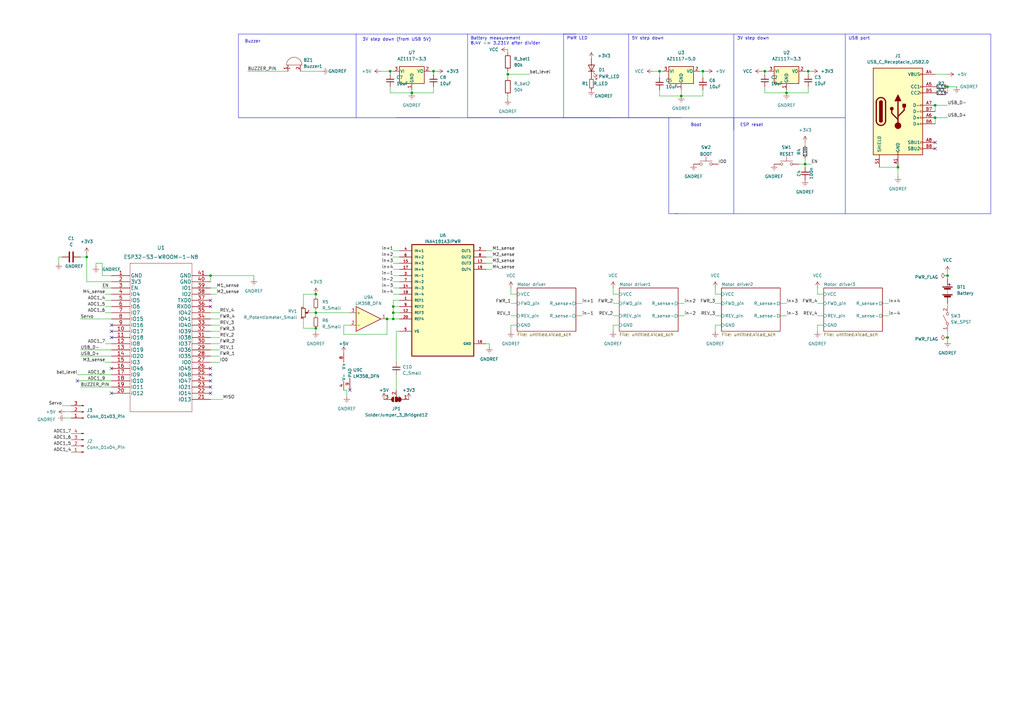
<source format=kicad_sch>
(kicad_sch (version 20230121) (generator eeschema)
  (paper "A3")
  (lib_symbols
    (symbol "+5V_1" (power) (pin_names (offset 0))
      (property "Value" "+5V_1" (at 0 3.556 0))
      (symbol "+5V_1_1_1"
        (pin power_in line (at 0 0 90) (length 0) hide (name "+5V") (number "1"))
      )
    )
    (symbol "Amplifier_Operational:LM358_DFN" (pin_names (offset 0.127))
      (property "Reference" "U" (at 0 5.08 0))
      (property "Value" "LM358_DFN" (at 0 -5.08 0))
      (symbol "LM358_DFN_1_1"
        (pin output line (at 7.62 0 180) (length 2.54) (name "~") (number "1"))
        (pin input line (at -7.62 -2.54 0) (length 2.54) (name "-") (number "2"))
        (pin input line (at -7.62 2.54 0) (length 2.54) (name "+") (number "3"))
      )
      (symbol "LM358_DFN_2_1"
        (pin input line (at -7.62 2.54 0) (length 2.54) (name "+") (number "5"))
        (pin input line (at -7.62 -2.54 0) (length 2.54) (name "-") (number "6"))
        (pin output line (at 7.62 0 180) (length 2.54) (name "~") (number "7"))
      )
      (symbol "LM358_DFN_3_1"
        (pin power_in line (at -2.54 -7.62 90) (length 3.81) (name "V-") (number "4"))
        (pin power_in line (at -2.54 7.62 270) (length 3.81) (name "V+") (number "8"))
        (pin power_in line (at 0 -7.62 90) (length 5.08) (name "PAD") (number "9"))
      )
    )
    (symbol "Connector:Conn_01x03_Pin" (pin_names (offset 1.016) hide)
      (property "Reference" "J" (at 0 5.08 0))
      (property "Value" "Conn_01x03_Pin" (at 0 -5.08 0))
      (symbol "Conn_01x03_Pin_1_1"
        (pin passive line (at 5.08 2.54 180) (length 3.81) (name "Pin_1") (number "1"))
        (pin passive line (at 5.08 0 180) (length 3.81) (name "Pin_2") (number "2"))
        (pin passive line (at 5.08 -2.54 180) (length 3.81) (name "Pin_3") (number "3"))
      )
    )
    (symbol "Connector:Conn_01x04_Pin" (pin_names (offset 1.016) hide)
      (property "Reference" "J" (at 0 5.08 0))
      (property "Value" "Conn_01x04_Pin" (at 0 -7.62 0))
      (symbol "Conn_01x04_Pin_1_1"
        (pin passive line (at 5.08 2.54 180) (length 3.81) (name "Pin_1") (number "1"))
        (pin passive line (at 5.08 0 180) (length 3.81) (name "Pin_2") (number "2"))
        (pin passive line (at 5.08 -2.54 180) (length 3.81) (name "Pin_3") (number "3"))
        (pin passive line (at 5.08 -5.08 180) (length 3.81) (name "Pin_4") (number "4"))
      )
    )
    (symbol "Connector:USB_C_Receptacle_USB2.0" (pin_names (offset 1.016))
      (property "Reference" "J" (at -10.16 19.05 0))
      (property "Value" "USB_C_Receptacle_USB2.0" (at 19.05 19.05 0))
      (symbol "USB_C_Receptacle_USB2.0_1_1"
        (pin passive line (at 0 -22.86 90) (length 5.08) (name "GND") (number "A1"))
        (pin passive line (at 0 -22.86 90) (length 5.08) hide (name "GND") (number "A12"))
        (pin passive line (at 15.24 15.24 180) (length 5.08) (name "VBUS") (number "A4"))
        (pin bidirectional line (at 15.24 10.16 180) (length 5.08) (name "CC1") (number "A5"))
        (pin bidirectional line (at 15.24 -2.54 180) (length 5.08) (name "D+") (number "A6"))
        (pin bidirectional line (at 15.24 2.54 180) (length 5.08) (name "D-") (number "A7"))
        (pin bidirectional line (at 15.24 -12.7 180) (length 5.08) (name "SBU1") (number "A8"))
        (pin passive line (at 15.24 15.24 180) (length 5.08) hide (name "VBUS") (number "A9"))
        (pin passive line (at 0 -22.86 90) (length 5.08) hide (name "GND") (number "B1"))
        (pin passive line (at 0 -22.86 90) (length 5.08) hide (name "GND") (number "B12"))
        (pin passive line (at 15.24 15.24 180) (length 5.08) hide (name "VBUS") (number "B4"))
        (pin bidirectional line (at 15.24 7.62 180) (length 5.08) (name "CC2") (number "B5"))
        (pin bidirectional line (at 15.24 -5.08 180) (length 5.08) (name "D+") (number "B6"))
        (pin bidirectional line (at 15.24 0 180) (length 5.08) (name "D-") (number "B7"))
        (pin bidirectional line (at 15.24 -15.24 180) (length 5.08) (name "SBU2") (number "B8"))
        (pin passive line (at 15.24 15.24 180) (length 5.08) hide (name "VBUS") (number "B9"))
        (pin passive line (at -7.62 -22.86 90) (length 5.08) (name "SHIELD") (number "S1"))
      )
    )
    (symbol "Device:Battery" (pin_numbers hide) (pin_names (offset 0) hide)
      (property "Reference" "BT" (at 2.54 2.54 0))
      (property "Value" "Battery" (at 2.54 0 0))
      (symbol "Battery_1_1"
        (pin passive line (at 0 5.08 270) (length 2.54) (name "+") (number "1"))
        (pin passive line (at 0 -5.08 90) (length 2.54) (name "-") (number "2"))
      )
    )
    (symbol "Device:Buzzer" (pin_names (offset 0.0254) hide)
      (property "Reference" "BZ" (at 3.81 1.27 0))
      (property "Value" "Buzzer" (at 3.81 -1.27 0))
      (symbol "Buzzer_1_1"
        (pin passive line (at -2.54 2.54 0) (length 2.54) (name "-") (number "1"))
        (pin passive line (at -2.54 -2.54 0) (length 2.54) (name "+") (number "2"))
      )
    )
    (symbol "Device:C" (pin_numbers hide) (pin_names (offset 0.254))
      (property "Reference" "C" (at 0.635 2.54 0))
      (property "Value" "C" (at 0.635 -2.54 0))
      (symbol "C_1_1"
        (pin passive line (at 0 3.81 270) (length 2.794) (name "~") (number "1"))
        (pin passive line (at 0 -3.81 90) (length 2.794) (name "~") (number "2"))
      )
    )
    (symbol "Device:C_Small" (pin_numbers hide) (pin_names (offset 0.254) hide)
      (property "Reference" "C" (at 0.254 1.778 0))
      (property "Value" "C_Small" (at 0.254 -2.032 0))
      (symbol "C_Small_1_1"
        (pin passive line (at 0 2.54 270) (length 2.032) (name "~") (number "1"))
        (pin passive line (at 0 -2.54 90) (length 2.032) (name "~") (number "2"))
      )
    )
    (symbol "Device:LED" (pin_numbers hide) (pin_names (offset 1.016) hide)
      (property "Reference" "D" (at 0 2.54 0))
      (property "Value" "LED" (at 0 -2.54 0))
      (symbol "LED_1_1"
        (pin passive line (at -3.81 0 0) (length 2.54) (name "K") (number "1"))
        (pin passive line (at 3.81 0 180) (length 2.54) (name "A") (number "2"))
      )
    )
    (symbol "Device:R" (pin_numbers hide) (pin_names (offset 0))
      (property "Reference" "R" (at 2.032 0 90))
      (property "Value" "R" (at 0 0 90))
      (symbol "R_1_1"
        (pin passive line (at 0 3.81 270) (length 1.27) (name "~") (number "1"))
        (pin passive line (at 0 -3.81 90) (length 1.27) (name "~") (number "2"))
      )
    )
    (symbol "Device:R_Potentiometer_Small" (pin_names (offset 1.016) hide)
      (property "Reference" "RV" (at -4.445 0 90))
      (property "Value" "R_Potentiometer_Small" (at -2.54 0 90))
      (symbol "R_Potentiometer_Small_1_1"
        (pin passive line (at 0 2.54 270) (length 0.635) (name "1") (number "1"))
        (pin passive line (at 2.54 0 180) (length 0.9906) (name "2") (number "2"))
        (pin passive line (at 0 -2.54 90) (length 0.635) (name "3") (number "3"))
      )
    )
    (symbol "Device:R_Small" (pin_numbers hide) (pin_names (offset 0.254) hide)
      (property "Reference" "R" (at 0.762 0.508 0))
      (property "Value" "R_Small" (at 0.762 -1.016 0))
      (symbol "R_Small_1_1"
        (pin passive line (at 0 2.54 270) (length 0.762) (name "~") (number "1"))
        (pin passive line (at 0 -2.54 90) (length 0.762) (name "~") (number "2"))
      )
    )
    (symbol "FC_library:ESP32-S3-WROOM-1-N8" (pin_names (offset 0.254))
      (property "Reference" "U" (at 20.32 10.16 0))
      (property "Value" "ESP32-S3-WROOM-1-N8" (at 20.32 7.62 0))
      (symbol "ESP32-S3-WROOM-1-N8_1_1"
        (pin power_in line (at 0 0 0) (length 7.62) (name "GND") (number "1"))
        (pin bidirectional line (at 0 -22.86 0) (length 7.62) (name "IO17") (number "10"))
        (pin bidirectional line (at 0 -25.4 0) (length 7.62) (name "IO18") (number "11"))
        (pin bidirectional line (at 0 -27.94 0) (length 7.62) (name "IO8") (number "12"))
        (pin bidirectional line (at 0 -30.48 0) (length 7.62) (name "IO19") (number "13"))
        (pin bidirectional line (at 0 -33.02 0) (length 7.62) (name "IO20") (number "14"))
        (pin bidirectional line (at 0 -35.56 0) (length 7.62) (name "IO3") (number "15"))
        (pin bidirectional line (at 0 -38.1 0) (length 7.62) (name "IO46") (number "16"))
        (pin bidirectional line (at 0 -40.64 0) (length 7.62) (name "IO9") (number "17"))
        (pin bidirectional line (at 0 -43.18 0) (length 7.62) (name "IO10") (number "18"))
        (pin bidirectional line (at 0 -45.72 0) (length 7.62) (name "IO11") (number "19"))
        (pin power_in line (at 0 -2.54 0) (length 7.62) (name "3V3") (number "2"))
        (pin bidirectional line (at 0 -48.26 0) (length 7.62) (name "IO12") (number "20"))
        (pin bidirectional line (at 40.64 -50.8 180) (length 7.62) (name "IO13") (number "21"))
        (pin bidirectional line (at 40.64 -48.26 180) (length 7.62) (name "IO14") (number "22"))
        (pin bidirectional line (at 40.64 -45.72 180) (length 7.62) (name "IO21") (number "23"))
        (pin bidirectional line (at 40.64 -43.18 180) (length 7.62) (name "IO47") (number "24"))
        (pin bidirectional line (at 40.64 -40.64 180) (length 7.62) (name "IO48") (number "25"))
        (pin bidirectional line (at 40.64 -38.1 180) (length 7.62) (name "IO45") (number "26"))
        (pin bidirectional line (at 40.64 -35.56 180) (length 7.62) (name "IO0") (number "27"))
        (pin bidirectional line (at 40.64 -33.02 180) (length 7.62) (name "IO35") (number "28"))
        (pin bidirectional line (at 40.64 -30.48 180) (length 7.62) (name "IO36") (number "29"))
        (pin input line (at 0 -5.08 0) (length 7.62) (name "EN") (number "3"))
        (pin bidirectional line (at 40.64 -27.94 180) (length 7.62) (name "IO37") (number "30"))
        (pin bidirectional line (at 40.64 -25.4 180) (length 7.62) (name "IO38") (number "31"))
        (pin bidirectional line (at 40.64 -22.86 180) (length 7.62) (name "IO39") (number "32"))
        (pin bidirectional line (at 40.64 -20.32 180) (length 7.62) (name "IO40") (number "33"))
        (pin bidirectional line (at 40.64 -17.78 180) (length 7.62) (name "IO41") (number "34"))
        (pin bidirectional line (at 40.64 -15.24 180) (length 7.62) (name "IO42") (number "35"))
        (pin bidirectional line (at 40.64 -12.7 180) (length 7.62) (name "RXD0") (number "36"))
        (pin bidirectional line (at 40.64 -10.16 180) (length 7.62) (name "TXD0") (number "37"))
        (pin bidirectional line (at 40.64 -7.62 180) (length 7.62) (name "IO2") (number "38"))
        (pin bidirectional line (at 40.64 -5.08 180) (length 7.62) (name "IO1") (number "39"))
        (pin bidirectional line (at 0 -7.62 0) (length 7.62) (name "IO4") (number "4"))
        (pin power_in line (at 40.64 -2.54 180) (length 7.62) (name "GND") (number "40"))
        (pin power_in line (at 40.64 0 180) (length 7.62) (name "GND") (number "41"))
        (pin bidirectional line (at 0 -10.16 0) (length 7.62) (name "IO5") (number "5"))
        (pin bidirectional line (at 0 -12.7 0) (length 7.62) (name "IO6") (number "6"))
        (pin bidirectional line (at 0 -15.24 0) (length 7.62) (name "IO7") (number "7"))
        (pin bidirectional line (at 0 -17.78 0) (length 7.62) (name "IO15") (number "8"))
        (pin bidirectional line (at 0 -20.32 0) (length 7.62) (name "IO16") (number "9"))
      )
    )
    (symbol "GNDREF_1" (power) (pin_names (offset 0))
      (property "Value" "GNDREF_1" (at 0 -3.81 0))
      (symbol "GNDREF_1_1_1"
        (pin power_in line (at 0 0 270) (length 0) hide (name "GNDREF") (number "1"))
      )
    )
    (symbol "INA4181A3IPWR:INA4181A3IPWR" (pin_names (offset 1.016))
      (property "Reference" "U" (at -12.7 23.86 0))
      (property "Value" "INA4181A3IPWR" (at -12.7 -26.86 0))
      (symbol "INA4181A3IPWR_0_0"
        (pin input line (at -17.78 0 0) (length 5.08) (name "REF1") (number "1"))
        (pin input line (at -17.78 -5.08 0) (length 5.08) (name "REF3") (number "12"))
        (pin output line (at 17.78 15.24 180) (length 5.08) (name "OUT3") (number "13"))
        (pin input line (at -17.78 5.08 0) (length 5.08) (name "IN-3") (number "14"))
        (pin input line (at -17.78 15.24 0) (length 5.08) (name "IN+3") (number "15"))
        (pin power_in line (at 17.78 -17.78 180) (length 5.08) (name "GND") (number "16"))
        (pin input line (at -17.78 12.7 0) (length 5.08) (name "IN+4") (number "17"))
        (pin input line (at -17.78 2.54 0) (length 5.08) (name "IN-4") (number "18"))
        (pin output line (at 17.78 12.7 180) (length 5.08) (name "OUT4") (number "19"))
        (pin output line (at 17.78 20.32 180) (length 5.08) (name "OUT1") (number "2"))
        (pin input line (at -17.78 -7.62 0) (length 5.08) (name "REF4") (number "20"))
        (pin input line (at -17.78 10.16 0) (length 5.08) (name "IN-1") (number "3"))
        (pin input line (at -17.78 20.32 0) (length 5.08) (name "IN+1") (number "4"))
        (pin bidirectional line (at -17.78 -12.7 0) (length 5.08) (name "VS") (number "5"))
        (pin input line (at -17.78 17.78 0) (length 5.08) (name "IN+2") (number "6"))
        (pin input line (at -17.78 7.62 0) (length 5.08) (name "IN-2") (number "7"))
        (pin output line (at 17.78 17.78 180) (length 5.08) (name "OUT2") (number "8"))
        (pin input line (at -17.78 -2.54 0) (length 5.08) (name "REF2") (number "9"))
      )
    )
    (symbol "Jumper:SolderJumper_3_Bridged12" (pin_names (offset 0) hide)
      (property "Reference" "JP" (at -2.54 -2.54 0))
      (property "Value" "SolderJumper_3_Bridged12" (at 0 2.794 0))
      (symbol "SolderJumper_3_Bridged12_1_1"
        (pin passive line (at -5.08 0 0) (length 2.54) (name "A") (number "1"))
        (pin passive line (at 0 -3.81 90) (length 2.54) (name "C") (number "2"))
        (pin passive line (at 5.08 0 180) (length 2.54) (name "B") (number "3"))
      )
    )
    (symbol "Regulator_Linear:AZ1117-3.3" (pin_names (offset 0.254))
      (property "Reference" "U" (at -3.81 3.175 0))
      (property "Value" "AZ1117-3.3" (at 0 3.175 0))
      (symbol "AZ1117-3.3_1_1"
        (pin power_in line (at 0 -7.62 90) (length 2.54) (name "GND") (number "1"))
        (pin power_out line (at 7.62 0 180) (length 2.54) (name "VO") (number "2"))
        (pin power_in line (at -7.62 0 0) (length 2.54) (name "VI") (number "3"))
      )
    )
    (symbol "Regulator_Linear:AZ1117-5.0" (pin_names (offset 0.254))
      (property "Reference" "U" (at -3.81 3.175 0))
      (property "Value" "AZ1117-5.0" (at 0 3.175 0))
      (symbol "AZ1117-5.0_1_1"
        (pin power_in line (at 0 -7.62 90) (length 2.54) (name "GND") (number "1"))
        (pin power_out line (at 7.62 0 180) (length 2.54) (name "VO") (number "2"))
        (pin power_in line (at -7.62 0 0) (length 2.54) (name "VI") (number "3"))
      )
    )
    (symbol "Switch:SW_Push" (pin_numbers hide) (pin_names (offset 1.016) hide)
      (property "Reference" "SW" (at 1.27 2.54 0))
      (property "Value" "SW_Push" (at 0 -1.524 0))
      (symbol "SW_Push_0_1"
        (pin passive line (at -5.08 0 0) (length 2.54) (name "1") (number "1"))
        (pin passive line (at 5.08 0 180) (length 2.54) (name "2") (number "2"))
      )
    )
    (symbol "Switch:SW_SPST" (pin_names (offset 0) hide)
      (property "Reference" "SW" (at 0 3.175 0))
      (property "Value" "SW_SPST" (at 0 -2.54 0))
      (symbol "SW_SPST_1_1"
        (pin passive line (at -5.08 0 0) (length 2.54) (name "A") (number "1"))
        (pin passive line (at 5.08 0 180) (length 2.54) (name "B") (number "2"))
      )
    )
    (symbol "VCC_1" (power) (pin_names (offset 0))
      (property "Value" "VCC_1" (at 0 3.81 0))
      (symbol "VCC_1_1_1"
        (pin power_in line (at 0 0 90) (length 0) hide (name "VCC") (number "1"))
      )
    )
    (symbol "VCC_3" (power) (pin_names (offset 0))
      (property "Value" "VCC_3" (at 0 3.81 0))
      (symbol "VCC_3_1_1"
        (pin power_in line (at 0 0 90) (length 0) hide (name "VCC") (number "1"))
      )
    )
    (symbol "power:+3V3" (power) (pin_names (offset 0))
      (property "Value" "+3V3" (at 0 3.556 0))
      (symbol "+3V3_1_1"
        (pin power_in line (at 0 0 90) (length 0) hide (name "+3V3") (number "1"))
      )
    )
    (symbol "power:+5V" (power) (pin_names (offset 0))
      (property "Value" "+5V" (at 0 3.556 0))
      (symbol "+5V_1_1"
        (pin power_in line (at 0 0 90) (length 0) hide (name "+5V") (number "1"))
      )
    )
    (symbol "power:GNDREF" (power) (pin_names (offset 0))
      (property "Value" "GNDREF" (at 0 -3.81 0))
      (symbol "GNDREF_1_1"
        (pin power_in line (at 0 0 270) (length 0) hide (name "GNDREF") (number "1"))
      )
    )
    (symbol "power:PWR_FLAG" (power) (pin_numbers hide) (pin_names (offset 0) hide)
      (property "Value" "PWR_FLAG" (at 0 3.81 0))
      (symbol "PWR_FLAG_0_0"
        (pin power_out line (at 0 0 90) (length 0) (name "pwr") (number "1"))
      )
    )
    (symbol "power:VCC" (power) (pin_names (offset 0))
      (property "Value" "VCC" (at 0 3.81 0))
      (symbol "VCC_1_1"
        (pin power_in line (at 0 0 90) (length 0) hide (name "VCC") (number "1"))
      )
    )
  )
  (junction (at 161.29 130.81))
  (junction (at 388.62 138.43))
  (junction (at 331.47 29.21))
  (junction (at 208.28 30.48))
  (junction (at 35.56 105.41))
  (junction (at 270.51 29.21))
  (junction (at 368.3 68.58))
  (junction (at 330.2 67.31))
  (junction (at 129.54 120.65))
  (junction (at 388.62 113.03))
  (junction (at 161.29 125.73))
  (junction (at 288.29 29.21))
  (junction (at 86.36 113.03))
  (junction (at 160.02 29.21))
  (junction (at 158.75 130.81))
  (junction (at 129.54 128.27))
  (junction (at 161.29 128.27))
  (junction (at 279.4 39.37))
  (junction (at 168.91 38.1))
  (junction (at 322.58 38.1))
  (junction (at 388.62 35.56))
  (junction (at 177.8 29.21))
  (junction (at 383.54 43.18))
  (junction (at 383.54 48.26))
  (junction (at 129.54 134.62))
  (junction (at 313.69 29.21))
  (no_connect (at 31.75 156.21))
  (no_connect (at 383.54 58.42))
  (no_connect (at 86.36 151.13))
  (no_connect (at 45.72 133.35))
  (no_connect (at 86.36 161.29))
  (no_connect (at 86.36 156.21))
  (no_connect (at 45.72 135.89))
  (no_connect (at 86.36 125.73))
  (no_connect (at 383.54 60.96))
  (no_connect (at 143.51 160.02))
  (no_connect (at 45.72 161.29))
  (no_connect (at 86.36 123.19))
  (no_connect (at 45.72 138.43))
  (no_connect (at 45.72 151.13))
  (no_connect (at 86.36 153.67))
  (no_connect (at 86.36 158.75))
  (wire (pts (xy 124.46 134.62) (xy 129.54 134.62)))
  (wire (pts (xy 142.24 160.02) (xy 140.97 160.02)))
  (polyline (pts (xy 191.77 13.97) (xy 146.05 13.97)))
  (polyline (pts (xy 180.34 48.26) (xy 146.05 48.26)))
  (wire (pts (xy 143.51 133.35) (xy 140.97 133.35)))
  (wire (pts (xy 201.93 110.49) (xy 199.39 110.49)))
  (wire (pts (xy 41.91 107.95) (xy 39.37 107.95)))
  (wire (pts (xy 313.69 29.21) (xy 314.96 29.21)))
  (wire (pts (xy 208.28 20.32) (xy 208.28 21.59)))
  (wire (pts (xy 201.93 105.41) (xy 199.39 105.41)))
  (wire (pts (xy 140.97 137.16) (xy 158.75 137.16)))
  (wire (pts (xy 279.4 36.83) (xy 279.4 39.37)))
  (polyline (pts (xy 257.81 13.97) (xy 231.14 13.97)))
  (wire (pts (xy 33.02 146.05) (xy 45.72 146.05)))
  (wire (pts (xy 162.56 135.89) (xy 163.83 135.89)))
  (wire (pts (xy 26.67 168.91) (xy 29.21 168.91)))
  (polyline (pts (xy 274.32 87.63) (xy 276.86 87.63)))
  (wire (pts (xy 320.04 129.54) (xy 322.58 129.54)))
  (wire (pts (xy 208.28 39.37) (xy 208.28 40.64)))
  (wire (pts (xy 168.91 36.83) (xy 168.91 38.1)))
  (polyline (pts (xy 191.77 48.26) (xy 279.4 48.26)))
  (wire (pts (xy 267.97 29.21) (xy 270.51 29.21)))
  (wire (pts (xy 270.51 29.21) (xy 271.78 29.21)))
  (wire (pts (xy 142.24 162.56) (xy 142.24 160.02)))
  (polyline (pts (xy 276.86 87.63) (xy 346.71 87.63)))
  (wire (pts (xy 337.82 133.35) (xy 335.28 133.35)))
  (wire (pts (xy 361.95 124.46) (xy 364.49 124.46)))
  (wire (pts (xy 33.02 143.51) (xy 45.72 143.51)))
  (wire (pts (xy 388.62 35.56) (xy 392.43 35.56)))
  (wire (pts (xy 312.42 29.21) (xy 313.69 29.21)))
  (polyline (pts (xy 300.99 48.26) (xy 300.99 87.63)))
  (wire (pts (xy 288.29 29.21) (xy 289.56 29.21)))
  (wire (pts (xy 209.55 124.46) (xy 212.09 124.46)))
  (wire (pts (xy 43.18 148.59) (xy 45.72 148.59)))
  (wire (pts (xy 25.4 105.41) (xy 24.13 105.41)))
  (wire (pts (xy 330.2 58.42) (xy 330.2 59.69)))
  (wire (pts (xy 335.28 133.35) (xy 335.28 135.89)))
  (wire (pts (xy 209.55 120.65) (xy 209.55 118.11)))
  (wire (pts (xy 177.8 29.21) (xy 177.8 30.48)))
  (polyline (pts (xy 146.05 13.97) (xy 146.05 48.26)))
  (polyline (pts (xy 300.99 48.26) (xy 346.71 48.26)))
  (wire (pts (xy 201.93 107.95) (xy 199.39 107.95)))
  (wire (pts (xy 388.62 124.46) (xy 388.62 125.73)))
  (wire (pts (xy 361.95 129.54) (xy 364.49 129.54)))
  (wire (pts (xy 90.17 138.43) (xy 86.36 138.43)))
  (polyline (pts (xy 143.51 48.26) (xy 146.05 48.26)))
  (wire (pts (xy 201.93 102.87) (xy 199.39 102.87)))
  (wire (pts (xy 158.75 137.16) (xy 158.75 130.81)))
  (polyline (pts (xy 97.79 48.26) (xy 143.51 48.26)))
  (wire (pts (xy 25.4 166.37) (xy 29.21 166.37)))
  (wire (pts (xy 129.54 128.27) (xy 129.54 129.54)))
  (polyline (pts (xy 236.22 13.97) (xy 191.77 13.97)))
  (wire (pts (xy 35.56 104.14) (xy 35.56 105.41)))
  (wire (pts (xy 43.18 128.27) (xy 45.72 128.27)))
  (wire (pts (xy 251.46 120.65) (xy 251.46 118.11)))
  (wire (pts (xy 388.62 111.76) (xy 388.62 113.03)))
  (wire (pts (xy 295.91 120.65) (xy 293.37 120.65)))
  (wire (pts (xy 330.2 64.77) (xy 330.2 67.31)))
  (wire (pts (xy 335.28 124.46) (xy 337.82 124.46)))
  (wire (pts (xy 209.55 129.54) (xy 212.09 129.54)))
  (wire (pts (xy 278.13 124.46) (xy 280.67 124.46)))
  (wire (pts (xy 288.29 29.21) (xy 288.29 31.75)))
  (wire (pts (xy 177.8 38.1) (xy 177.8 35.56)))
  (wire (pts (xy 383.54 30.48) (xy 388.62 30.48)))
  (wire (pts (xy 143.51 128.27) (xy 129.54 128.27)))
  (wire (pts (xy 86.36 148.59) (xy 90.17 148.59)))
  (polyline (pts (xy 162.56 48.26) (xy 250.19 48.26)))
  (wire (pts (xy 360.68 68.58) (xy 368.3 68.58)))
  (polyline (pts (xy 257.81 13.97) (xy 257.81 48.26)))
  (wire (pts (xy 163.83 123.19) (xy 161.29 123.19)))
  (wire (pts (xy 160.02 29.21) (xy 160.02 30.48)))
  (wire (pts (xy 212.09 133.35) (xy 209.55 133.35)))
  (wire (pts (xy 156.21 29.21) (xy 160.02 29.21)))
  (wire (pts (xy 86.36 143.51) (xy 90.17 143.51)))
  (wire (pts (xy 322.58 38.1) (xy 331.47 38.1)))
  (wire (pts (xy 236.22 124.46) (xy 238.76 124.46)))
  (wire (pts (xy 129.54 120.65) (xy 124.46 120.65)))
  (wire (pts (xy 41.91 113.03) (xy 41.91 107.95)))
  (wire (pts (xy 90.17 133.35) (xy 86.36 133.35)))
  (wire (pts (xy 270.51 29.21) (xy 270.51 31.75)))
  (wire (pts (xy 337.82 120.65) (xy 335.28 120.65)))
  (wire (pts (xy 320.04 124.46) (xy 322.58 124.46)))
  (wire (pts (xy 176.53 29.21) (xy 177.8 29.21)))
  (wire (pts (xy 31.75 156.21) (xy 45.72 156.21)))
  (wire (pts (xy 43.18 120.65) (xy 45.72 120.65)))
  (wire (pts (xy 383.54 43.18) (xy 388.62 43.18)))
  (polyline (pts (xy 346.71 13.97) (xy 346.71 87.63)))
  (wire (pts (xy 254 133.35) (xy 251.46 133.35)))
  (wire (pts (xy 251.46 133.35) (xy 251.46 135.89)))
  (wire (pts (xy 161.29 107.95) (xy 163.83 107.95)))
  (wire (pts (xy 41.91 118.11) (xy 45.72 118.11)))
  (wire (pts (xy 90.17 135.89) (xy 86.36 135.89)))
  (polyline (pts (xy 300.99 13.97) (xy 300.99 53.34)))
  (wire (pts (xy 33.02 130.81) (xy 45.72 130.81)))
  (wire (pts (xy 331.47 29.21) (xy 332.74 29.21)))
  (wire (pts (xy 161.29 120.65) (xy 163.83 120.65)))
  (polyline (pts (xy 346.71 87.63) (xy 406.4 87.63)))
  (wire (pts (xy 101.6 29.21) (xy 118.11 29.21)))
  (wire (pts (xy 368.3 68.58) (xy 368.3 72.39)))
  (wire (pts (xy 293.37 129.54) (xy 295.91 129.54)))
  (wire (pts (xy 279.4 39.37) (xy 288.29 39.37)))
  (wire (pts (xy 163.83 125.73) (xy 161.29 125.73)))
  (wire (pts (xy 200.66 142.24) (xy 200.66 140.97)))
  (wire (pts (xy 88.9 118.11) (xy 86.36 118.11)))
  (polyline (pts (xy 276.86 87.63) (xy 278.13 87.63)))
  (wire (pts (xy 161.29 130.81) (xy 163.83 130.81)))
  (wire (pts (xy 45.72 113.03) (xy 41.91 113.03)))
  (wire (pts (xy 168.91 38.1) (xy 177.8 38.1)))
  (wire (pts (xy 43.18 123.19) (xy 45.72 123.19)))
  (wire (pts (xy 161.29 110.49) (xy 163.83 110.49)))
  (wire (pts (xy 212.09 120.65) (xy 209.55 120.65)))
  (polyline (pts (xy 191.77 13.97) (xy 191.77 48.26)))
  (wire (pts (xy 331.47 38.1) (xy 331.47 35.56)))
  (wire (pts (xy 313.69 29.21) (xy 313.69 30.48)))
  (wire (pts (xy 383.54 48.26) (xy 383.54 50.8)))
  (wire (pts (xy 383.54 48.26) (xy 388.62 48.26)))
  (wire (pts (xy 43.18 125.73) (xy 45.72 125.73)))
  (wire (pts (xy 140.97 133.35) (xy 140.97 137.16)))
  (wire (pts (xy 330.2 67.31) (xy 332.74 67.31)))
  (wire (pts (xy 86.36 113.03) (xy 104.14 113.03)))
  (wire (pts (xy 31.75 153.67) (xy 45.72 153.67)))
  (wire (pts (xy 33.02 105.41) (xy 35.56 105.41)))
  (wire (pts (xy 208.28 30.48) (xy 217.17 30.48)))
  (wire (pts (xy 278.13 129.54) (xy 280.67 129.54)))
  (wire (pts (xy 251.46 129.54) (xy 254 129.54)))
  (wire (pts (xy 162.56 153.67) (xy 162.56 160.02)))
  (wire (pts (xy 160.02 38.1) (xy 168.91 38.1)))
  (wire (pts (xy 129.54 134.62) (xy 129.54 135.89)))
  (wire (pts (xy 313.69 38.1) (xy 322.58 38.1)))
  (wire (pts (xy 288.29 39.37) (xy 288.29 36.83)))
  (wire (pts (xy 129.54 128.27) (xy 129.54 127)))
  (wire (pts (xy 90.17 140.97) (xy 86.36 140.97)))
  (wire (pts (xy 90.17 128.27) (xy 86.36 128.27)))
  (polyline (pts (xy 231.14 13.97) (xy 231.14 48.26)))
  (wire (pts (xy 33.02 158.75) (xy 45.72 158.75)))
  (wire (pts (xy 127 128.27) (xy 129.54 128.27)))
  (wire (pts (xy 161.29 123.19) (xy 161.29 125.73)))
  (wire (pts (xy 388.62 113.03) (xy 388.62 114.3)))
  (polyline (pts (xy 346.71 13.97) (xy 257.81 13.97)))
  (wire (pts (xy 86.36 163.83) (xy 91.44 163.83)))
  (wire (pts (xy 161.29 105.41) (xy 163.83 105.41)))
  (wire (pts (xy 383.54 43.18) (xy 383.54 45.72)))
  (wire (pts (xy 124.46 130.81) (xy 124.46 134.62)))
  (wire (pts (xy 104.14 113.03) (xy 104.14 114.3)))
  (polyline (pts (xy 274.32 48.26) (xy 274.32 87.63)))
  (wire (pts (xy 335.28 120.65) (xy 335.28 118.11)))
  (wire (pts (xy 327.66 67.31) (xy 330.2 67.31)))
  (wire (pts (xy 293.37 120.65) (xy 293.37 118.11)))
  (polyline (pts (xy 97.79 13.97) (xy 97.79 48.26)))
  (wire (pts (xy 129.54 120.65) (xy 129.54 121.92)))
  (wire (pts (xy 388.62 138.43) (xy 388.62 139.7)))
  (wire (pts (xy 388.62 135.89) (xy 388.62 138.43)))
  (wire (pts (xy 26.67 171.45) (xy 29.21 171.45)))
  (wire (pts (xy 330.2 29.21) (xy 331.47 29.21)))
  (wire (pts (xy 162.56 135.89) (xy 162.56 148.59)))
  (wire (pts (xy 177.8 29.21) (xy 179.07 29.21)))
  (polyline (pts (xy 231.14 48.26) (xy 300.99 48.26)))
  (wire (pts (xy 254 120.65) (xy 251.46 120.65)))
  (polyline (pts (xy 406.4 13.97) (xy 346.71 13.97)))
  (wire (pts (xy 124.46 120.65) (xy 124.46 125.73)))
  (wire (pts (xy 35.56 105.41) (xy 35.56 115.57)))
  (wire (pts (xy 161.29 113.03) (xy 163.83 113.03)))
  (wire (pts (xy 270.51 36.83) (xy 270.51 39.37)))
  (wire (pts (xy 160.02 29.21) (xy 161.29 29.21)))
  (wire (pts (xy 335.28 129.54) (xy 337.82 129.54)))
  (wire (pts (xy 208.28 29.21) (xy 208.28 30.48)))
  (wire (pts (xy 293.37 133.35) (xy 293.37 135.89)))
  (wire (pts (xy 161.29 115.57) (xy 163.83 115.57)))
  (wire (pts (xy 287.02 29.21) (xy 288.29 29.21)))
  (wire (pts (xy 90.17 130.81) (xy 86.36 130.81)))
  (wire (pts (xy 24.13 105.41) (xy 24.13 107.95)))
  (wire (pts (xy 158.75 130.81) (xy 161.29 130.81)))
  (wire (pts (xy 161.29 128.27) (xy 163.83 128.27)))
  (wire (pts (xy 161.29 102.87) (xy 163.83 102.87)))
  (wire (pts (xy 251.46 124.46) (xy 254 124.46)))
  (wire (pts (xy 43.18 140.97) (xy 45.72 140.97)))
  (wire (pts (xy 331.47 29.21) (xy 331.47 30.48)))
  (wire (pts (xy 123.19 29.21) (xy 132.08 29.21)))
  (wire (pts (xy 88.9 120.65) (xy 86.36 120.65)))
  (wire (pts (xy 270.51 39.37) (xy 279.4 39.37)))
  (wire (pts (xy 161.29 128.27) (xy 161.29 130.81)))
  (polyline (pts (xy 97.79 13.97) (xy 146.05 13.97)))
  (wire (pts (xy 388.62 35.56) (xy 388.62 38.1)))
  (wire (pts (xy 209.55 133.35) (xy 209.55 135.89)))
  (wire (pts (xy 161.29 125.73) (xy 161.29 128.27)))
  (wire (pts (xy 86.36 113.03) (xy 86.36 115.57)))
  (wire (pts (xy 322.58 36.83) (xy 322.58 38.1)))
  (wire (pts (xy 236.22 129.54) (xy 238.76 129.54)))
  (wire (pts (xy 86.36 146.05) (xy 90.17 146.05)))
  (wire (pts (xy 330.2 67.31) (xy 330.2 68.58)))
  (wire (pts (xy 208.28 30.48) (xy 208.28 31.75)))
  (wire (pts (xy 35.56 115.57) (xy 45.72 115.57)))
  (wire (pts (xy 39.37 107.95) (xy 39.37 109.22)))
  (wire (pts (xy 313.69 35.56) (xy 313.69 38.1)))
  (wire (pts (xy 161.29 118.11) (xy 163.83 118.11)))
  (polyline (pts (xy 406.4 13.97) (xy 406.4 87.63)))
  (wire (pts (xy 295.91 133.35) (xy 293.37 133.35)))
  (wire (pts (xy 200.66 140.97) (xy 199.39 140.97)))
  (wire (pts (xy 293.37 124.46) (xy 295.91 124.46)))
  (wire (pts (xy 160.02 35.56) (xy 160.02 38.1)))
  (text "Boot\n" (at 283.21 52.07 0) (effects (font (size 1.27 1.27)) (justify left bottom)))
  (text "Buzzer" (at 100.33 17.78 0) (effects (font (size 1.27 1.27)) (justify left bottom)))
  (text "3V step down (from USB 5V)\n\n" (at 148.59 19.05 0) (effects (font (size 1.27 1.27)) (justify left bottom)))
  (text "USB port" (at 347.98 16.51 0) (effects (font (size 1.27 1.27)) (justify left bottom)))
  (text "Battery measurement\n8.4V -> 3.231V after divider" (at 192.9545 18.5703 0) (effects (font (size 1.27 1.27)) (justify left bottom)))
  (text "ESP reset\n" (at 303.53 52.07 0) (effects (font (size 1.27 1.27)) (justify left bottom)))
  (text "PWR LED\n" (at 232.41 16.51 0) (effects (font (size 1.27 1.27)) (justify left bottom)))
  (text "3V step down\n" (at 302.26 16.51 0) (effects (font (size 1.27 1.27)) (justify left bottom)))
  (text "5V step down\n" (at 259.08 16.51 0) (effects (font (size 1.27 1.27)) (justify left bottom)))
  (label "IO0" (at 294.64 67.31 0))
  (label "in-1" (at 238.76 129.54 0))
  (label "BUZZER_PIN" (at 101.6 29.21 0))
  (label "FWR_2" (at 251.46 124.46 180))
  (label "USB_D+" (at 33.02 146.05 0))
  (label "FWR_3" (at 293.37 124.46 180))
  (label "M3_sense" (at 201.93 107.95 0))
  (label "FWR_4" (at 90.17 130.81 0))
  (label "USB_D-" (at 388.62 43.18 0))
  (label "in-3" (at 322.58 129.54 0))
  (label "EN" (at 332.74 67.31 0))
  (label "M1_sense" (at 201.93 102.87 0))
  (label "REV_1" (at 90.17 143.51 0))
  (label "in+1" (at 238.76 124.46 0))
  (label "M4_sense" (at 43.18 120.65 180))
  (label "ADC1_7" (at 43.18 140.97 180))
  (label "EN" (at 41.91 118.11 0))
  (label "REV_2" (at 90.17 138.43 0))
  (label "in-2" (at 161.29 115.57 180))
  (label "in+3" (at 161.29 107.95 180))
  (label "ADC1_8" (at 43.18 153.67 180))
  (label "USB_D+" (at 388.62 48.26 0))
  (label "REV_3" (at 90.17 133.35 0))
  (label "in-2" (at 280.67 129.54 0))
  (label "FWR_2" (at 90.17 140.97 0))
  (label "in+4" (at 161.29 110.49 180))
  (label "in+4" (at 364.49 124.46 0))
  (label "FWR_1" (at 90.17 146.05 0))
  (label "in-4" (at 161.29 120.65 180))
  (label "in+2" (at 161.29 105.41 180))
  (label "ADC1_9" (at 43.18 156.21 180))
  (label "ADC1_7" (at 29.21 177.8 180))
  (label "IO0" (at 90.17 148.59 0))
  (label "MISO" (at 91.44 163.83 0))
  (label "M2_sense" (at 201.93 105.41 0))
  (label "BUZZER_PIN" (at 33.02 158.75 0))
  (label "bat_level" (at 217.17 30.48 0))
  (label "Servo" (at 33.02 130.81 0))
  (label "in-4" (at 364.49 129.54 0))
  (label "REV_4" (at 90.17 128.27 0))
  (label "in+2" (at 280.67 124.46 0))
  (label "in-1" (at 161.29 113.03 180))
  (label "M4_sense" (at 201.93 110.49 0))
  (label "ADC1_5" (at 29.21 182.88 180))
  (label "M3_sense" (at 43.18 148.59 180))
  (label "USB_D-" (at 33.02 143.51 0))
  (label "REV_4" (at 335.28 129.54 180))
  (label "bat_level" (at 31.75 153.67 180))
  (label "FWR_3" (at 90.17 135.89 0))
  (label "in-3" (at 161.29 118.11 180))
  (label "M2_sense" (at 88.9 120.65 0))
  (label "ADC1_5" (at 43.18 125.73 180))
  (label "REV_3" (at 293.37 129.54 180))
  (label "ADC1_6" (at 43.18 128.27 180))
  (label "ADC1_4" (at 43.18 123.19 180))
  (label "FWR_4" (at 335.28 124.46 180))
  (label "ADC1_4" (at 29.21 185.42 180))
  (label "M1_sense" (at 88.9 118.11 0))
  (label "Servo" (at 25.4 166.37 180))
  (label "in+1" (at 161.29 102.87 180))
  (label "in+3" (at 322.58 124.46 0))
  (label "FWR_1" (at 209.55 124.46 180))
  (label "REV_2" (at 251.46 129.54 180))
  (label "REV_1" (at 209.55 129.54 180))
  (label "ADC1_6" (at 29.21 180.34 180))
  (symbol (lib_id "power:GNDREF") (at 132.08 29.21 90) (unit 1)
    (property "Reference" "#PWR018" (effects hide))
    (property "Value" "GNDREF" (at 142.24 29.2101 90) (effects (justify left)))
  )
  (symbol (lib_id "power:GNDREF") (at 242.57 36.83 0) (unit 1)
    (property "Reference" "#PWR0109" (effects hide))
    (property "Value" "GNDREF" (at 247.65 39.37 0))
  )
  (symbol (lib_id "power:+3V3") (at 129.54 120.65 0) (unit 1)
    (property "Reference" "#PWR010" (effects hide))
    (property "Value" "+3V3" (at 129.54 115.57 0))
  )
  (symbol (lib_id "Connector:Conn_01x03_Pin") (at 34.29 168.91 180) (unit 1)
    (property "Reference" "J3" (at 35.56 168.275 0) (effects (justify right)))
    (property "Value" "Conn_01x03_Pin" (at 35.56 170.815 0) (effects (justify right)))
    (property "Footprint" "Connector_PinSocket_2.54mm:PinSocket_1x03_P2.54mm_Vertical" (effects hide))
  )
  (symbol (lib_id "power:+3V3") (at 330.2 58.42 0) (unit 1)
    (property "Reference" "#PWR0119" (effects hide))
    (property "Value" "+3V3" (at 330.2 53.34 0))
  )
  (symbol (lib_id "power:+5V") (at 157.48 163.83 0) (unit 1)
    (property "Reference" "#PWR012" (effects hide))
    (property "Value" "+5V" (at 157.48 160.02 0))
  )
  (symbol (lib_id "Switch:SW_SPST") (at 388.62 130.81 90) (unit 1)
    (property "Reference" "SW3" (at 389.89 129.54 90) (effects (justify right)))
    (property "Value" "SW_SPST" (at 389.89 132.08 90) (effects (justify right)))
    (property "Footprint" "Connector_PinHeader_2.00mm:PinHeader_1x02_P2.00mm_Vertical" (effects hide))
  )
  (symbol (lib_id "power:GNDREF") (at 26.67 171.45 270) (unit 1)
    (property "Reference" "#PWR016" (effects hide))
    (property "Value" "GNDREF" (at 22.86 172.085 90) (effects (justify right)))
  )
  (symbol (lib_id "power:VCC") (at 251.46 118.11 0) (unit 1)
    (property "Reference" "#PWR023" (effects hide))
    (property "Value" "VCC" (at 251.46 113.03 0))
  )
  (symbol (lib_id "power:GNDREF") (at 104.14 114.3 0) (unit 1)
    (property "Reference" "#PWR0111" (effects hide))
    (property "Value" "GNDREF" (at 104.14 119.38 0))
  )
  (symbol (lib_id "Device:R_Small") (at 129.54 124.46 180) (unit 1)
    (property "Reference" "R5" (at 132.08 123.825 0) (effects (justify right)))
    (property "Value" "R_Small" (at 132.08 126.365 0) (effects (justify right)))
    (property "Footprint" "Resistor_SMD:R_0603_1608Metric_Pad0.98x0.95mm_HandSolder" (effects hide))
  )
  (symbol (lib_id "power:PWR_FLAG") (at 388.62 113.03 90) (unit 1)
    (property "Reference" "#FLG02" (effects hide))
    (property "Value" "PWR_FLAG" (at 384.81 113.665 90) (effects (justify left)))
  )
  (symbol (lib_id "Device:R_Small") (at 330.2 62.23 180) (unit 1)
    (property "Reference" "R4" (at 327.66 62.23 90))
    (property "Value" "10K" (at 330.2 62.23 90))
    (property "Footprint" "Resistor_SMD:R_0805_2012Metric_Pad1.20x1.40mm_HandSolder" (effects hide))
  )
  (symbol (lib_id "Amplifier_Operational:LM358_DFN") (at 143.51 152.4 0) (unit 3)
    (property "Reference" "U9" (at 144.78 151.765 0) (effects (justify left)))
    (property "Value" "LM358_DFN" (at 144.78 154.305 0) (effects (justify left)))
    (property "Footprint" "Package_SO:SOIC-8-1EP_3.9x4.9mm_P1.27mm_EP2.514x3.2mm" (effects hide))
    (property "Datasheet" "www.st.com/resource/en/datasheet/lm358.pdf" (effects hide))
  )
  (symbol (lib_id "Device:Buzzer") (at 120.65 26.67 90) (unit 1)
    (property "Reference" "BZ1" (at 124.46 24.6379 90) (effects (justify right)))
    (property "Value" "Buzzer1" (at 124.46 27.1779 90) (effects (justify right)))
    (property "Footprint" "Buzzer_Beeper:MagneticBuzzer_Kobitone_254-EMB73-RO" (effects hide))
  )
  (symbol (lib_id "power:GNDREF") (at 209.55 135.89 0) (unit 1)
    (property "Reference" "#PWR03" (effects hide))
    (property "Value" "GNDREF" (at 209.55 140.97 0))
  )
  (symbol (lib_id "INA4181A3IPWR:INA4181A3IPWR") (at 181.61 123.19 0) (unit 1)
    (property "Reference" "U6" (at 181.61 96.52 0))
    (property "Value" "INA4181A3IPWR" (at 181.61 99.06 0))
    (property "Footprint" "FC_footprint_library:SOP65P640X120-20N" (effects hide))
    (property "MF" "Texas Instruments" (effects hide))
    (property "Description" "\n26V, quad channel, bi-directional, 350kHz current sense amplifier\n" (effects hide))
    (property "Package" "TSSOP-20 Texas Instruments" (effects hide))
    (property "Price" "None" (effects hide))
    (property "SnapEDA_Link" "https://www.snapeda.com/parts/INA4181A3IPWR/Texas+Instruments/view-part/?ref=snap" (effects hide))
    (property "MP" "INA4181A3IPWR" (effects hide))
    (property "Purchase-URL" "https://www.snapeda.com/api/url_track_click_mouser/?unipart_id=2778016&manufacturer=Texas Instruments&part_name=INA4181A3IPWR&search_term=None" (effects hide))
    (property "Availability" "In Stock" (effects hide))
    (property "Check_prices" "https://www.snapeda.com/parts/INA4181A3IPWR/Texas+Instruments/view-part/?ref=eda" (effects hide))
  )
  (symbol (lib_id "power:VCC") (at 388.62 111.76 0) (unit 1)
    (property "Reference" "#PWR0122" (effects hide))
    (property "Value" "VCC" (at 388.62 106.68 0))
  )
  (symbol (lib_id "power:GNDREF") (at 129.54 135.89 0) (unit 1)
    (property "Reference" "#PWR09" (effects hide))
    (property "Value" "GNDREF" (at 129.54 140.97 0))
  )
  (symbol (lib_id "power:+3V3") (at 179.07 29.21 270) (unit 1)
    (property "Reference" "#PWR015" (effects hide))
    (property "Value" "+3V3" (at 182.88 29.2099 90) (effects (justify left)))
  )
  (symbol (lib_id "power:GNDREF") (at 368.3 72.39 0) (unit 1)
    (property "Reference" "#PWR0103" (effects hide))
    (property "Value" "GNDREF" (at 368.3 77.47 0))
  )
  (symbol (lib_id "Device:R") (at 208.28 25.4 0) (unit 1)
    (property "Reference" "R_bat1" (at 210.82 24.13 0) (effects (justify left)))
    (property "Value" "80k" (at 210.82 26.67 0) (effects (justify left)))
    (property "Footprint" "Resistor_SMD:R_0805_2012Metric_Pad1.20x1.40mm_HandSolder" (effects hide))
  )
  (symbol (lib_id "power:GNDREF") (at 317.5 67.31 0) (unit 1)
    (property "Reference" "#PWR0118" (effects hide))
    (property "Value" "GNDREF" (at 317.5 72.39 0))
  )
  (symbol (lib_id "power:GNDREF") (at 142.24 162.56 0) (unit 1)
    (property "Reference" "#PWR021" (effects hide))
    (property "Value" "GNDREF" (at 142.24 167.64 0))
  )
  (symbol (lib_id "Device:R_Small") (at 386.08 35.56 90) (unit 1)
    (property "Reference" "R2" (at 386.08 34.29 90))
    (property "Value" "5.1K" (at 386.08 35.56 90))
    (property "Footprint" "Resistor_SMD:R_0805_2012Metric_Pad1.20x1.40mm_HandSolder" (effects hide))
  )
  (symbol (lib_id "power:+5V") (at 26.67 168.91 90) (unit 1)
    (property "Reference" "#PWR017" (effects hide))
    (property "Value" "+5V" (at 22.86 168.91 90) (effects (justify left)))
  )
  (symbol (lib_id "Device:C_Small") (at 177.8 33.02 180) (unit 1)
    (property "Reference" "C8" (at 180.34 31.7435 0) (effects (justify right)))
    (property "Value" "10uF" (at 180.34 34.2835 0) (effects (justify right)))
    (property "Footprint" "Capacitor_SMD:C_1206_3216Metric" (effects hide))
  )
  (symbol (lib_id "power:VCC") (at 209.55 118.11 0) (unit 1)
    (property "Reference" "#PWR07" (effects hide))
    (property "Value" "VCC" (at 209.55 113.03 0))
  )
  (symbol (lib_id "Device:R_Small") (at 386.08 38.1 90) (unit 1)
    (property "Reference" "R3" (at 386.08 36.83 90))
    (property "Value" "5.1K" (at 386.08 38.1 90))
    (property "Footprint" "Resistor_SMD:R_0805_2012Metric_Pad1.20x1.40mm_HandSolder" (effects hide))
  )
  (symbol (lib_id "Device:C_Small") (at 330.2 71.12 180) (unit 1)
    (property "Reference" "C4" (at 327.66 71.1137 90))
    (property "Value" "100n" (at 332.74 71.1137 90))
    (property "Footprint" "Capacitor_SMD:C_0805_2012Metric_Pad1.18x1.45mm_HandSolder" (effects hide))
  )
  (symbol (lib_name "GNDREF_1") (lib_id "power:GNDREF") (at 208.28 40.64 0) (unit 1)
    (property "Reference" "#PWR02" (effects hide))
    (property "Value" "GNDREF" (at 208.28 45.72 0))
  )
  (symbol (lib_id "power:VCC") (at 335.28 118.11 0) (unit 1)
    (property "Reference" "#PWR027" (effects hide))
    (property "Value" "VCC" (at 335.28 113.03 0))
  )
  (symbol (lib_id "power:GNDREF") (at 293.37 135.89 0) (unit 1)
    (property "Reference" "#PWR026" (effects hide))
    (property "Value" "GNDREF" (at 293.37 140.97 0))
  )
  (symbol (lib_id "power:+5V") (at 289.56 29.21 270) (unit 1)
    (property "Reference" "#PWR06" (effects hide))
    (property "Value" "+5V" (at 293.37 29.2099 90) (effects (justify left)))
  )
  (symbol (lib_id "power:+3V3") (at 167.64 163.83 0) (unit 1)
    (property "Reference" "#PWR011" (effects hide))
    (property "Value" "+3V3" (at 167.64 160.02 0))
  )
  (symbol (lib_id "power:GNDREF") (at 388.62 139.7 0) (unit 1)
    (property "Reference" "#PWR020" (effects hide))
    (property "Value" "GNDREF" (at 388.62 144.78 0))
  )
  (symbol (lib_name "VCC_1") (lib_id "power:VCC") (at 208.28 20.32 90) (unit 1)
    (property "Reference" "#PWR01" (effects hide))
    (property "Value" "VCC" (at 204.47 20.32 90) (effects (justify left)))
  )
  (symbol (lib_id "power:GNDREF") (at 168.91 38.1 0) (unit 1)
    (property "Reference" "#PWR014" (effects hide))
    (property "Value" "GNDREF" (at 168.91 43.18 0))
  )
  (symbol (lib_id "power:VCC") (at 293.37 118.11 0) (unit 1)
    (property "Reference" "#PWR025" (effects hide))
    (property "Value" "VCC" (at 293.37 113.03 0))
  )
  (symbol (lib_id "power:GNDREF") (at 392.43 35.56 0) (unit 1)
    (property "Reference" "#PWR0105" (effects hide))
    (property "Value" "GNDREF" (at 397.51 35.56 0))
  )
  (symbol (lib_id "Device:Battery") (at 388.62 119.38 0) (unit 1)
    (property "Reference" "BT1" (at 392.43 117.7289 0) (effects (justify left)))
    (property "Value" "Battery" (at 392.43 120.2689 0) (effects (justify left)))
    (property "Footprint" "Connector_JST:JST_EH_B2B-EH-A_1x02_P2.50mm_Vertical" (effects hide))
  )
  (symbol (lib_id "Connector:Conn_01x04_Pin") (at 34.29 182.88 180) (unit 1)
    (property "Reference" "J2" (at 35.56 180.975 0) (effects (justify right)))
    (property "Value" "Conn_01x04_Pin" (at 35.56 183.515 0) (effects (justify right)))
    (property "Footprint" "Connector_PinSocket_2.54mm:PinSocket_1x04_P2.54mm_Vertical" (effects hide))
  )
  (symbol (lib_id "Device:C_Small") (at 162.56 151.13 180) (unit 1)
    (property "Reference" "C10" (at 165.1 150.4886 0) (effects (justify right)))
    (property "Value" "C_Small" (at 165.1 153.0286 0) (effects (justify right)))
    (property "Footprint" "Capacitor_SMD:C_0603_1608Metric" (effects hide))
  )
  (symbol (lib_name "+5V_1") (lib_id "power:+5V") (at 156.21 29.21 90) (unit 1)
    (property "Reference" "#PWR013" (effects hide))
    (property "Value" "+5V" (at 152.4 29.21 90) (effects (justify left)))
  )
  (symbol (lib_id "power:+5V") (at 140.97 144.78 0) (unit 1)
    (property "Reference" "#PWR022" (effects hide))
    (property "Value" "+5V" (at 140.97 140.97 0))
  )
  (symbol (lib_id "power:+3V3") (at 242.57 24.13 0) (unit 1)
    (property "Reference" "#PWR0113" (effects hide))
    (property "Value" "+3V3" (at 245.11 22.8599 0) (effects (justify left)))
  )
  (symbol (lib_id "Device:R_Potentiometer_Small") (at 124.46 128.27 0) (unit 1)
    (property "Reference" "RV1" (at 121.92 127.635 0) (effects (justify right)))
    (property "Value" "R_Potentiometer_Small" (at 121.92 130.175 0) (effects (justify right)))
    (property "Footprint" "Connector_PinHeader_2.00mm:PinHeader_1x03_P2.00mm_Vertical" (effects hide))
  )
  (symbol (lib_id "Regulator_Linear:AZ1117-3.3") (at 168.91 29.21 0) (unit 1)
    (property "Reference" "U7" (at 168.91 21.59 0))
    (property "Value" "AZ1117-3.3" (at 168.91 24.13 0))
    (property "Footprint" "Package_TO_SOT_SMD:SOT-223-3_TabPin2" (effects hide))
    (property "Datasheet" "https://www.diodes.com/assets/Datasheets/AZ1117.pdf" (effects hide))
  )
  (symbol (lib_id "power:GNDREF") (at 200.66 142.24 0) (unit 1)
    (property "Reference" "#PWR08" (effects hide))
    (property "Value" "GNDREF" (at 200.66 147.32 0))
  )
  (symbol (lib_id "Device:C_Small") (at 331.47 33.02 180) (unit 1)
    (property "Reference" "C3" (at 334.01 31.7435 0) (effects (justify right)))
    (property "Value" "10uF" (at 334.01 34.2835 0) (effects (justify right)))
    (property "Footprint" "Capacitor_SMD:C_1206_3216Metric" (effects hide))
  )
  (symbol (lib_id "power:GNDREF") (at 39.37 109.22 0) (unit 1)
    (property "Reference" "#PWR0120" (effects hide))
    (property "Value" "GNDREF" (at 41.91 110.4899 0) (effects (justify left)))
  )
  (symbol (lib_id "FC_library:ESP32-S3-WROOM-1-N8") (at 45.72 113.03 0) (unit 1)
    (property "Reference" "U1" (at 66.04 101.6 0) (effects (font (size 1.524 1.524))))
    (property "Value" "ESP32-S3-WROOM-1-N8" (at 66.04 105.41 0) (effects (font (size 1.524 1.524))))
    (property "Footprint" "RF_Module:ESP32-S3-WROOM-1" (effects hide))
  )
  (symbol (lib_id "Connector:USB_C_Receptacle_USB2.0") (at 368.3 45.72 0) (unit 1)
    (property "Reference" "J1" (at 368.3 22.86 0))
    (property "Value" "USB_C_Receptacle_USB2.0" (at 368.3 25.4 0))
    (property "Footprint" "Connector_USB:USB_C_Receptacle_HRO_TYPE-C-31-M-12" (effects hide))
    (property "Datasheet" "https://www.usb.org/sites/default/files/documents/usb_type-c.zip" (effects hide))
  )
  (symbol (lib_id "Device:C_Small") (at 288.29 34.29 180) (unit 1)
    (property "Reference" "C6" (at 290.83 33.0135 0) (effects (justify right)))
    (property "Value" "10uF" (at 290.83 35.5535 0) (effects (justify right)))
    (property "Footprint" "Capacitor_SMD:C_1206_3216Metric" (effects hide))
  )
  (symbol (lib_id "power:+3V3") (at 35.56 104.14 0) (unit 1)
    (property "Reference" "#PWR0110" (effects hide))
    (property "Value" "+3V3" (at 35.56 99.06 0))
  )
  (symbol (lib_id "power:GNDREF") (at 335.28 135.89 0) (unit 1)
    (property "Reference" "#PWR028" (effects hide))
    (property "Value" "GNDREF" (at 335.28 140.97 0))
  )
  (symbol (lib_id "power:VCC") (at 312.42 29.21 90) (unit 1)
    (property "Reference" "#PWR0108" (effects hide))
    (property "Value" "VCC" (at 308.61 29.2099 90) (effects (justify left)))
  )
  (symbol (lib_id "power:GNDREF") (at 279.4 39.37 0) (unit 1)
    (property "Reference" "#PWR05" (effects hide))
    (property "Value" "GNDREF" (at 279.4 44.45 0))
  )
  (symbol (lib_id "Device:C_Small") (at 313.69 33.02 180) (unit 1)
    (property "Reference" "C2" (at 316.23 31.7435 0) (effects (justify right)))
    (property "Value" "10uF" (at 316.23 34.2835 0) (effects (justify right)))
    (property "Footprint" "Capacitor_SMD:C_1206_3216Metric" (effects hide))
  )
  (symbol (lib_id "Regulator_Linear:AZ1117-3.3") (at 322.58 29.21 0) (unit 1)
    (property "Reference" "U2" (at 322.58 21.59 0))
    (property "Value" "AZ1117-3.3" (at 322.58 24.13 0))
    (property "Footprint" "Package_TO_SOT_SMD:SOT-223-3_TabPin2" (effects hide))
    (property "Datasheet" "https://www.diodes.com/assets/Datasheets/AZ1117.pdf" (effects hide))
  )
  (symbol (lib_id "power:+3V3") (at 332.74 29.21 270) (unit 1)
    (property "Reference" "#PWR0107" (effects hide))
    (property "Value" "+3V3" (at 336.55 29.2099 90) (effects (justify left)))
  )
  (symbol (lib_id "Regulator_Linear:AZ1117-5.0") (at 279.4 29.21 0) (unit 1)
    (property "Reference" "U3" (at 279.4 21.59 0))
    (property "Value" "AZ1117-5.0" (at 279.4 24.13 0))
    (property "Footprint" "Package_TO_SOT_SMD:TO-252-2" (effects hide))
    (property "Datasheet" "https://www.diodes.com/assets/Datasheets/AZ1117.pdf" (effects hide))
  )
  (symbol (lib_id "Device:R_Small") (at 129.54 132.08 0) (unit 1)
    (property "Reference" "R6" (at 132.08 131.445 0) (effects (justify left)))
    (property "Value" "R_Small" (at 132.08 133.985 0) (effects (justify left)))
    (property "Footprint" "Resistor_SMD:R_0603_1608Metric_Pad0.98x0.95mm_HandSolder" (effects hide))
  )
  (symbol (lib_id "power:GNDREF") (at 251.46 135.89 0) (unit 1)
    (property "Reference" "#PWR024" (effects hide))
    (property "Value" "GNDREF" (at 251.46 140.97 0))
  )
  (symbol (lib_id "Jumper:SolderJumper_3_Bridged12") (at 162.56 163.83 180) (unit 1)
    (property "Reference" "JP1" (at 162.56 167.64 0))
    (property "Value" "SolderJumper_3_Bridged12" (at 162.56 170.18 0))
    (property "Footprint" "Jumper:SolderJumper-3_P1.3mm_Bridged12_RoundedPad1.0x1.5mm" (effects hide))
  )
  (symbol (lib_id "Device:R") (at 208.28 35.56 0) (unit 1)
    (property "Reference" "R_bat2" (at 210.82 34.29 0) (effects (justify left)))
    (property "Value" "50k" (at 210.82 36.83 0) (effects (justify left)))
    (property "Footprint" "Resistor_SMD:R_0805_2012Metric_Pad1.20x1.40mm_HandSolder" (effects hide))
  )
  (symbol (lib_id "Switch:SW_Push") (at 322.58 67.31 0) (unit 1)
    (property "Reference" "SW1" (at 322.58 60.4225 0))
    (property "Value" "RESET" (at 322.58 63.1976 0))
    (property "Footprint" "Button_Switch_SMD:SW_Push_1P1T_NO_6x6mm_H9.5mm" (effects hide))
  )
  (symbol (lib_name "VCC_3") (lib_id "power:VCC") (at 267.97 29.21 90) (unit 1)
    (property "Reference" "#PWR04" (effects hide))
    (property "Value" "VCC" (at 264.16 29.21 90) (effects (justify left)))
  )
  (symbol (lib_id "power:GNDREF") (at 330.2 73.66 0) (unit 1)
    (property "Reference" "#PWR0117" (effects hide))
    (property "Value" "GNDREF" (at 330.2 78.74 0))
  )
  (symbol (lib_id "Device:C_Small") (at 160.02 33.02 180) (unit 1)
    (property "Reference" "C7" (at 162.56 31.7435 0) (effects (justify right)))
    (property "Value" "10uF" (at 162.56 34.2835 0) (effects (justify right)))
    (property "Footprint" "Capacitor_SMD:C_1206_3216Metric" (effects hide))
  )
  (symbol (lib_id "power:GNDREF") (at 24.13 107.95 0) (unit 1)
    (property "Reference" "#PWR0112" (effects hide))
    (property "Value" "GNDREF" (at 26.67 109.2199 0) (effects (justify left)))
  )
  (symbol (lib_id "Switch:SW_Push") (at 289.56 67.31 0) (unit 1)
    (property "Reference" "SW2" (at 289.56 60.4225 0))
    (property "Value" "BOOT" (at 289.56 63.1976 0))
    (property "Footprint" "Button_Switch_SMD:SW_Push_1P1T_NO_6x6mm_H9.5mm" (effects hide))
  )
  (symbol (lib_id "power:GNDREF") (at 322.58 38.1 0) (unit 1)
    (property "Reference" "#PWR0106" (effects hide))
    (property "Value" "GNDREF" (at 322.58 43.18 0))
  )
  (symbol (lib_id "Device:R_Small") (at 242.57 34.29 180) (unit 1)
    (property "Reference" "R1" (at 240.03 34.29 0))
    (property "Value" "R_LED" (at 246.38 34.29 0))
    (property "Footprint" "Resistor_SMD:R_0805_2012Metric_Pad1.20x1.40mm_HandSolder" (effects hide))
  )
  (symbol (lib_id "power:PWR_FLAG") (at 388.62 138.43 90) (unit 1)
    (property "Reference" "#FLG01" (effects hide))
    (property "Value" "PWR_FLAG" (at 384.81 139.065 90) (effects (justify left)))
  )
  (symbol (lib_id "Device:C_Small") (at 270.51 34.29 180) (unit 1)
    (property "Reference" "C5" (at 273.05 33.0135 0) (effects (justify right)))
    (property "Value" "10uF" (at 273.05 35.5535 0) (effects (justify right)))
    (property "Footprint" "Capacitor_SMD:C_1206_3216Metric" (effects hide))
  )
  (symbol (lib_id "Device:LED") (at 242.57 27.94 90) (unit 1)
    (property "Reference" "D1" (at 245.491 28.619 90) (effects (justify right)))
    (property "Value" "PWR_LED" (at 245.491 31.3941 90) (effects (justify right)))
    (property "Footprint" "LED_SMD:LED_0805_2012Metric_Pad1.15x1.40mm_HandSolder" (effects hide))
  )
  (symbol (lib_id "power:+5V") (at 388.62 30.48 270) (unit 1)
    (property "Reference" "#PWR0104" (effects hide))
    (property "Value" "+5V" (at 392.43 30.4799 90) (effects (justify left)))
  )
  (symbol (lib_id "Amplifier_Operational:LM358_DFN") (at 151.13 130.81 0) (unit 1)
    (property "Reference" "U9" (at 151.13 121.92 0))
    (property "Value" "LM358_DFN" (at 151.13 124.46 0))
    (property "Footprint" "Package_SO:SOIC-8-1EP_3.9x4.9mm_P1.27mm_EP2.514x3.2mm" (effects hide))
    (property "Datasheet" "www.st.com/resource/en/datasheet/lm358.pdf" (effects hide))
  )
  (symbol (lib_id "power:GNDREF") (at 284.48 67.31 0) (unit 1)
    (property "Reference" "#PWR0125" (effects hide))
    (property "Value" "GNDREF" (at 284.48 72.39 0))
  )
  (symbol (lib_id "Device:C") (at 29.21 105.41 90) (unit 1)
    (property "Reference" "C1" (at 29.21 97.79 90))
    (property "Value" "C" (at 29.21 100.33 90))
    (property "Footprint" "Capacitor_SMD:C_1206_3216Metric" (effects hide))
  )
  (sheet (at 254 118.11) (size 24.13 17.78) (stroke (width 0.1524))
    (property "Sheetname" "Motor driver1" (at 254 117.3984 0) (effects (justify left bottom)))
    (property "Sheetfile" "untitled.kicad_sch" (at 254 136.4746 0) (effects (justify left top)))
    (pin "FWD_pin" input (at 254 124.46 180))
    (pin "REV_pin" input (at 254 129.54 180))
    (pin "R_sense+" output (at 278.13 124.46 0))
    (pin "R_sense-" output (at 278.13 129.54 0))
    (pin "VCC" input (at 254 120.65 180))
    (pin "GND" input (at 254 133.35 180))
  )
  (sheet (at 337.82 118.11) (size 24.13 17.78) (stroke (width 0.1524))
    (property "Sheetname" "Motor driver3" (at 337.82 117.3984 0) (effects (justify left bottom)))
    (property "Sheetfile" "untitled.kicad_sch" (at 337.82 136.4746 0) (effects (justify left top)))
    (pin "FWD_pin" input (at 337.82 124.46 180))
    (pin "REV_pin" input (at 337.82 129.54 180))
    (pin "R_sense+" output (at 361.95 124.46 0))
    (pin "R_sense-" output (at 361.95 129.54 0))
    (pin "VCC" input (at 337.82 120.65 180))
    (pin "GND" input (at 337.82 133.35 180))
  )
  (sheet (at 295.91 118.11) (size 24.13 17.78) (stroke (width 0.1524))
    (property "Sheetname" "Motor driver2" (at 295.91 117.3984 0) (effects (justify left bottom)))
    (property "Sheetfile" "untitled.kicad_sch" (at 295.91 136.4746 0) (effects (justify left top)))
    (pin "FWD_pin" input (at 295.91 124.46 180))
    (pin "REV_pin" input (at 295.91 129.54 180))
    (pin "R_sense+" output (at 320.04 124.46 0))
    (pin "R_sense-" output (at 320.04 129.54 0))
    (pin "VCC" input (at 295.91 120.65 180))
    (pin "GND" input (at 295.91 133.35 180))
  )
  (sheet (at 212.09 118.11) (size 24.13 17.78) (stroke (width 0.1524))
    (property "Sheetname" "Motor driver" (at 212.09 117.3984 0) (effects (justify left bottom)))
    (property "Sheetfile" "untitled.kicad_sch" (at 212.09 136.4746 0) (effects (justify left top)))
    (pin "FWD_pin" input (at 212.09 124.46 180))
    (pin "REV_pin" input (at 212.09 129.54 180))
    (pin "R_sense+" output (at 236.22 124.46 0))
    (pin "R_sense-" output (at 236.22 129.54 0))
    (pin "VCC" input (at 212.09 120.65 180))
    (pin "GND" input (at 212.09 133.35 180))
  )
)
</source>
